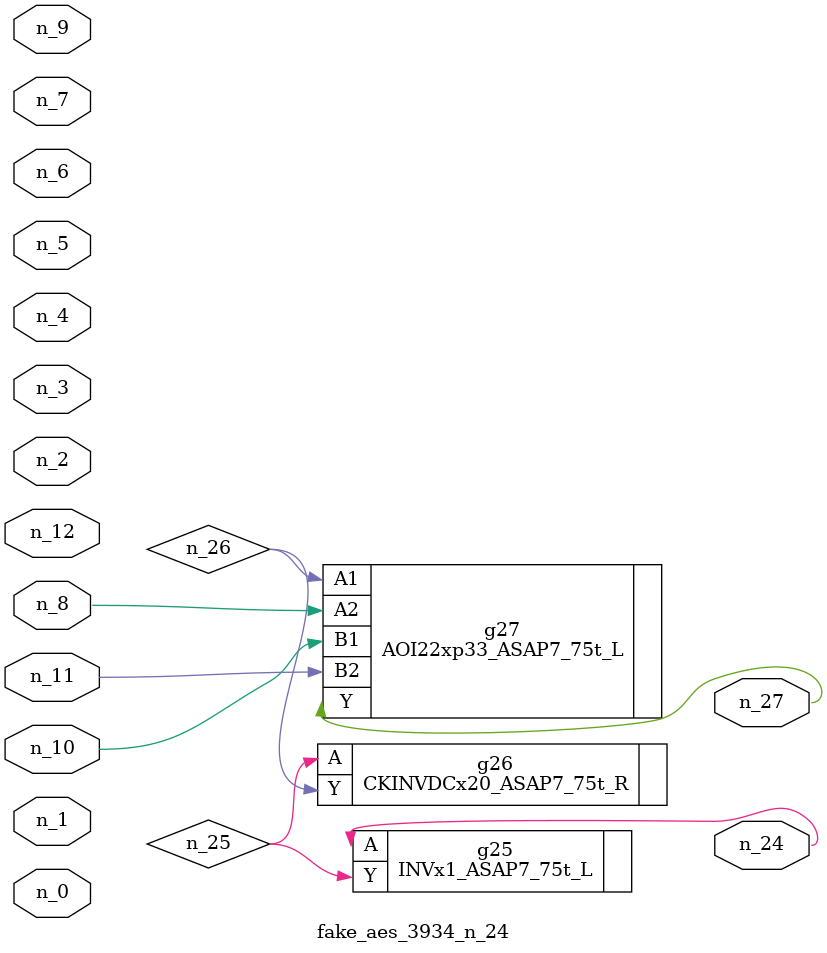
<source format=v>
module fake_aes_3934_n_24 (n_9, n_10, n_4, n_2, n_12, n_11, n_6, n_7, n_1, n_8, n_3, n_5, n_0, n_24, n_27);
input n_9;
input n_10;
input n_4;
input n_2;
input n_12;
input n_11;
input n_6;
input n_7;
input n_1;
input n_8;
input n_3;
input n_5;
input n_0;
output n_24;
output n_27;
wire n_20;
wire n_12;
wire n_7;
wire n_1;
wire n_16;
wire n_22;
wire n_3;
wire n_19;
wire n_10;
wire n_25;
wire n_9;
wire n_13;
wire n_26;
wire n_11;
wire n_0;
wire n_4;
wire n_24;
wire n_6;
wire n_8;
wire n_15;
wire n_21;
wire n_2;
wire n_18;
wire n_17;
wire n_5;
wire n_14;
CKINVDCx16_ASAP7_75t_R g13 ( .A(n_0), .Y(n_13) );
NAND2xp5_ASAP7_75t_SL g14 ( .A(n_12), .B(n_4), .Y(n_14) );
NAND2xp5_ASAP7_75t_L g15 ( .A(n_0), .B(n_1), .Y(n_15) );
INVx1_ASAP7_75t_L g16 ( .A(n_9), .Y(n_16) );
INVx1_ASAP7_75t_L g17 ( .A(n_7), .Y(n_17) );
AOI22xp5_ASAP7_75t_L g18 ( .A1(n_13), .A2(n_15), .B1(n_16), .B2(n_17), .Y(n_18) );
AND2x2_ASAP7_75t_L g19 ( .A(n_14), .B(n_2), .Y(n_19) );
INVx1_ASAP7_75t_L g20 ( .A(n_19), .Y(n_20) );
AND2x2_ASAP7_75t_L g21 ( .A(n_20), .B(n_18), .Y(n_21) );
AND2x2_ASAP7_75t_L g22 ( .A(n_21), .B(n_14), .Y(n_22) );
AOI22xp33_ASAP7_75t_L g23 ( .A1(n_22), .A2(n_3), .B1(n_5), .B2(n_6), .Y(n_23) );
UNKNOWN g24 ( );
INVx1_ASAP7_75t_L g25 ( .A(n_24), .Y(n_25) );
CKINVDCx20_ASAP7_75t_R g26 ( .A(n_25), .Y(n_26) );
AOI22xp33_ASAP7_75t_L g27 ( .A1(n_26), .A2(n_8), .B1(n_10), .B2(n_11), .Y(n_27) );
endmodule
</source>
